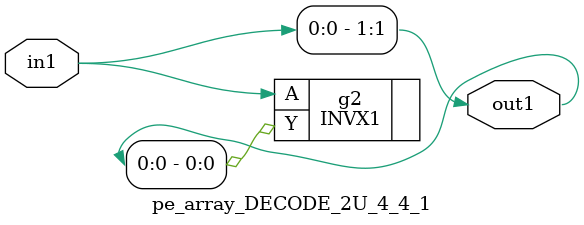
<source format=v>
`timescale 1ps / 1ps


module pe_array_DECODE_2U_4_4_1(in1, out1);
  input in1;
  output [1:0] out1;
  wire in1;
  wire [1:0] out1;
  assign out1[1] = in1;
  INVX1 g2(.A (in1), .Y (out1[0]));
endmodule



</source>
